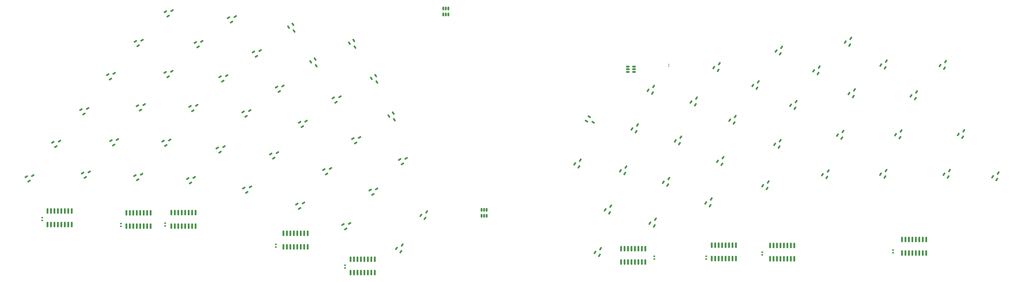
<source format=gtp>
%TF.GenerationSoftware,KiCad,Pcbnew,7.0.10-148-g62bb553460*%
%TF.CreationDate,2024-03-27T08:18:12+01:00*%
%TF.ProjectId,bandoneon,62616e64-6f6e-4656-9f6e-2e6b69636164,rev?*%
%TF.SameCoordinates,Original*%
%TF.FileFunction,Paste,Top*%
%TF.FilePolarity,Positive*%
%FSLAX46Y46*%
G04 Gerber Fmt 4.6, Leading zero omitted, Abs format (unit mm)*
G04 Created by KiCad (PCBNEW 7.0.10-148-g62bb553460) date 2024-03-27 08:18:12*
%MOMM*%
%LPD*%
G01*
G04 APERTURE LIST*
G04 Aperture macros list*
%AMRoundRect*
0 Rectangle with rounded corners*
0 $1 Rounding radius*
0 $2 $3 $4 $5 $6 $7 $8 $9 X,Y pos of 4 corners*
0 Add a 4 corners polygon primitive as box body*
4,1,4,$2,$3,$4,$5,$6,$7,$8,$9,$2,$3,0*
0 Add four circle primitives for the rounded corners*
1,1,$1+$1,$2,$3*
1,1,$1+$1,$4,$5*
1,1,$1+$1,$6,$7*
1,1,$1+$1,$8,$9*
0 Add four rect primitives between the rounded corners*
20,1,$1+$1,$2,$3,$4,$5,0*
20,1,$1+$1,$4,$5,$6,$7,0*
20,1,$1+$1,$6,$7,$8,$9,0*
20,1,$1+$1,$8,$9,$2,$3,0*%
G04 Aperture macros list end*
%ADD10RoundRect,0.150000X-0.150000X0.825000X-0.150000X-0.825000X0.150000X-0.825000X0.150000X0.825000X0*%
%ADD11RoundRect,0.150000X-0.348123X-0.404928X0.511515X0.153327X0.348123X0.404928X-0.511515X-0.153327X0*%
%ADD12RoundRect,0.150000X-0.153327X-0.511515X0.404928X0.348123X0.153327X0.511515X-0.404928X-0.348123X0*%
%ADD13RoundRect,0.150000X-0.404928X0.348123X0.153327X-0.511515X0.404928X-0.348123X-0.153327X0.511515X0*%
%ADD14RoundRect,0.140000X-0.170000X0.140000X-0.170000X-0.140000X0.170000X-0.140000X0.170000X0.140000X0*%
%ADD15RoundRect,0.140000X0.170000X-0.140000X0.170000X0.140000X-0.170000X0.140000X-0.170000X-0.140000X0*%
%ADD16RoundRect,0.150000X-0.179887X-0.502789X0.422592X0.326453X0.179887X0.502789X-0.422592X-0.326453X0*%
%ADD17RoundRect,0.150000X-0.511515X0.153327X0.348123X-0.404928X0.511515X-0.153327X-0.348123X0.404928X0*%
%ADD18RoundRect,0.150000X0.150000X-0.512500X0.150000X0.512500X-0.150000X0.512500X-0.150000X-0.512500X0*%
%ADD19RoundRect,0.150000X-0.512500X-0.150000X0.512500X-0.150000X0.512500X0.150000X-0.512500X0.150000X0*%
%ADD20RoundRect,0.079500X-0.100500X0.079500X-0.100500X-0.079500X0.100500X-0.079500X0.100500X0.079500X0*%
G04 APERTURE END LIST*
D10*
%TO.C,U9*%
X355346000Y-213360000D03*
X354076000Y-213360000D03*
X352806000Y-213360000D03*
X351536000Y-213360000D03*
X350266000Y-213360000D03*
X348996000Y-213360000D03*
X347726000Y-213360000D03*
X346456000Y-213360000D03*
X346456000Y-218310000D03*
X347726000Y-218310000D03*
X348996000Y-218310000D03*
X350266000Y-218310000D03*
X351536000Y-218310000D03*
X352806000Y-218310000D03*
X354076000Y-218310000D03*
X355346000Y-218310000D03*
%TD*%
D11*
%TO.C,H37*%
X148213805Y-162135290D03*
X149248619Y-163728764D03*
X150639188Y-161692973D03*
%TD*%
%TO.C,H38*%
X137889905Y-174151390D03*
X138924719Y-175744864D03*
X140315288Y-173709073D03*
%TD*%
D12*
%TO.C,H43*%
X463600536Y-145845181D03*
X465194010Y-146879995D03*
X465636327Y-144454612D03*
%TD*%
D13*
%TO.C,H11*%
X256360410Y-149568205D03*
X254766936Y-150603019D03*
X256802727Y-151993588D03*
%TD*%
D11*
%TO.C,H31*%
X211541405Y-140859990D03*
X212576219Y-142453464D03*
X213966788Y-140417673D03*
%TD*%
%TO.C,H14*%
X217896705Y-178439490D03*
X218931519Y-180032964D03*
X220322088Y-177997173D03*
%TD*%
D12*
%TO.C,H69*%
X408706536Y-160565181D03*
X410300010Y-161599995D03*
X410742327Y-159174612D03*
%TD*%
D14*
%TO.C,C1*%
X398272000Y-214658000D03*
X398272000Y-215618000D03*
%TD*%
D11*
%TO.C,H5*%
X254335205Y-191766490D03*
X255370019Y-193359964D03*
X256760588Y-191324173D03*
%TD*%
D12*
%TO.C,H41*%
X470284736Y-171302081D03*
X471878210Y-172336895D03*
X472320527Y-169911512D03*
%TD*%
D15*
%TO.C,C2*%
X358648000Y-217142000D03*
X358648000Y-216182000D03*
%TD*%
D12*
%TO.C,H61*%
X340623936Y-199086981D03*
X342217410Y-200121795D03*
X342659727Y-197696412D03*
%TD*%
%TO.C,H68*%
X417165636Y-147831981D03*
X418759110Y-148866795D03*
X419201427Y-146441412D03*
%TD*%
D14*
%TO.C,C5*%
X245110000Y-219484000D03*
X245110000Y-220444000D03*
%TD*%
D11*
%TO.C,H29*%
X187365205Y-187546490D03*
X188400019Y-189139964D03*
X189790588Y-187104173D03*
%TD*%
%TO.C,H16*%
X199227905Y-150056490D03*
X200262719Y-151649964D03*
X201653288Y-149614173D03*
%TD*%
D14*
%TO.C,C8*%
X219710000Y-211765000D03*
X219710000Y-212725000D03*
%TD*%
D11*
%TO.C,H18*%
X178338205Y-173769590D03*
X179373019Y-175363064D03*
X180763588Y-173327273D03*
%TD*%
D12*
%TO.C,H58*%
X356406536Y-155005181D03*
X358000010Y-156039995D03*
X358442327Y-153614612D03*
%TD*%
D11*
%TO.C,H9*%
X237345505Y-184242990D03*
X238380319Y-185836464D03*
X239770888Y-183800673D03*
%TD*%
%TO.C,H13*%
X228415205Y-166781490D03*
X229450019Y-168374964D03*
X230840588Y-166339173D03*
%TD*%
D12*
%TO.C,H49*%
X394775536Y-153251181D03*
X396369010Y-154285995D03*
X396811327Y-151860612D03*
%TD*%
%TO.C,H48*%
X403328136Y-140551181D03*
X404921610Y-141585995D03*
X405363927Y-139160612D03*
%TD*%
D16*
%TO.C,H3*%
X264044228Y-213300861D03*
X265581360Y-214417653D03*
X266150006Y-212018743D03*
%TD*%
D12*
%TO.C,H54*%
X372141936Y-159321981D03*
X373735410Y-160356795D03*
X374177727Y-157931412D03*
%TD*%
%TO.C,H63*%
X336889036Y-214741081D03*
X338482510Y-215775895D03*
X338924827Y-213350512D03*
%TD*%
D14*
%TO.C,C7*%
X133985000Y-201958000D03*
X133985000Y-202918000D03*
%TD*%
D13*
%TO.C,H25*%
X234136410Y-143514805D03*
X232542936Y-144549619D03*
X234578727Y-145940188D03*
%TD*%
D12*
%TO.C,H71*%
X398479336Y-190165081D03*
X400072810Y-191199895D03*
X400515127Y-188774512D03*
%TD*%
%TO.C,H50*%
X386356036Y-166036881D03*
X387949510Y-167071695D03*
X388391827Y-164646312D03*
%TD*%
%TO.C,H42*%
X464968236Y-185921981D03*
X466561710Y-186956795D03*
X467004027Y-184531412D03*
%TD*%
D10*
%TO.C,U6*%
X144770000Y-199500000D03*
X143500000Y-199500000D03*
X142230000Y-199500000D03*
X140960000Y-199500000D03*
X139690000Y-199500000D03*
X138420000Y-199500000D03*
X137150000Y-199500000D03*
X135880000Y-199500000D03*
X135880000Y-204450000D03*
X137150000Y-204450000D03*
X138420000Y-204450000D03*
X139690000Y-204450000D03*
X140960000Y-204450000D03*
X142230000Y-204450000D03*
X143500000Y-204450000D03*
X144770000Y-204450000D03*
%TD*%
D11*
%TO.C,H33*%
X148768205Y-185542290D03*
X149803019Y-187135764D03*
X151193588Y-185099973D03*
%TD*%
D14*
%TO.C,C6*%
X446278000Y-213896000D03*
X446278000Y-214856000D03*
%TD*%
D17*
%TO.C,H1*%
X334803019Y-164791936D03*
X333768205Y-166385410D03*
X336193588Y-166827727D03*
%TD*%
D10*
%TO.C,U8*%
X388620000Y-212090000D03*
X387350000Y-212090000D03*
X386080000Y-212090000D03*
X384810000Y-212090000D03*
X383540000Y-212090000D03*
X382270000Y-212090000D03*
X381000000Y-212090000D03*
X379730000Y-212090000D03*
X379730000Y-217040000D03*
X381000000Y-217040000D03*
X382270000Y-217040000D03*
X383540000Y-217040000D03*
X384810000Y-217040000D03*
X386080000Y-217040000D03*
X387350000Y-217040000D03*
X388620000Y-217040000D03*
%TD*%
D11*
%TO.C,H6*%
X244385205Y-204446490D03*
X245420019Y-206039964D03*
X246810588Y-204004173D03*
%TD*%
%TO.C,H20*%
X202400005Y-128299990D03*
X203434819Y-129893464D03*
X204825388Y-127857673D03*
%TD*%
D18*
%TO.C,U13*%
X281154000Y-127121500D03*
X282104000Y-127121500D03*
X283054000Y-127121500D03*
X283054000Y-124846500D03*
X282104000Y-124846500D03*
X281154000Y-124846500D03*
%TD*%
D11*
%TO.C,H32*%
X159168205Y-173589590D03*
X160203019Y-175183064D03*
X161593588Y-173147273D03*
%TD*%
D19*
%TO.C,U11*%
X348966500Y-146326000D03*
X348966500Y-147276000D03*
X348966500Y-148226000D03*
X351241500Y-148226000D03*
X351241500Y-147276000D03*
X351241500Y-146326000D03*
%TD*%
D11*
%TO.C,H21*%
X190150005Y-137449990D03*
X191184819Y-139043464D03*
X192575388Y-137007673D03*
%TD*%
D10*
%TO.C,U3*%
X231394000Y-207710000D03*
X230124000Y-207710000D03*
X228854000Y-207710000D03*
X227584000Y-207710000D03*
X226314000Y-207710000D03*
X225044000Y-207710000D03*
X223774000Y-207710000D03*
X222504000Y-207710000D03*
X222504000Y-212660000D03*
X223774000Y-212660000D03*
X225044000Y-212660000D03*
X226314000Y-212660000D03*
X227584000Y-212660000D03*
X228854000Y-212660000D03*
X230124000Y-212660000D03*
X231394000Y-212660000D03*
%TD*%
D11*
%TO.C,H12*%
X240815205Y-157856490D03*
X241850019Y-159449964D03*
X243240588Y-157414173D03*
%TD*%
%TO.C,H26*%
X219960305Y-153820490D03*
X220995119Y-155413964D03*
X222385688Y-153378173D03*
%TD*%
D12*
%TO.C,H52*%
X377553636Y-196479781D03*
X379147110Y-197514595D03*
X379589427Y-195089212D03*
%TD*%
D14*
%TO.C,C3*%
X162814000Y-204145000D03*
X162814000Y-205105000D03*
%TD*%
D12*
%TO.C,H44*%
X452930536Y-157026181D03*
X454524010Y-158060995D03*
X454966327Y-155635612D03*
%TD*%
D11*
%TO.C,H19*%
X167988605Y-186402790D03*
X169023419Y-187996264D03*
X170413988Y-185960473D03*
%TD*%
D12*
%TO.C,H53*%
X380493336Y-146631681D03*
X382086810Y-147666495D03*
X382529127Y-145241112D03*
%TD*%
%TO.C,H59*%
X350414236Y-169230581D03*
X352007710Y-170265395D03*
X352450027Y-167840012D03*
%TD*%
D11*
%TO.C,H22*%
X179114605Y-148402890D03*
X180149419Y-149996364D03*
X181539988Y-147960573D03*
%TD*%
%TO.C,H15*%
X207989005Y-191005990D03*
X209023819Y-192599464D03*
X210414388Y-190563673D03*
%TD*%
%TO.C,H8*%
X248014005Y-172830990D03*
X249048819Y-174424464D03*
X250439388Y-172388673D03*
%TD*%
D12*
%TO.C,H70*%
X402844836Y-174921381D03*
X404438310Y-175956195D03*
X404880627Y-173530812D03*
%TD*%
D14*
%TO.C,C9*%
X377698000Y-216182000D03*
X377698000Y-217142000D03*
%TD*%
D12*
%TO.C,H47*%
X441794236Y-145690581D03*
X443387710Y-146725395D03*
X443830027Y-144300012D03*
%TD*%
%TO.C,H45*%
X447201436Y-171403681D03*
X448794910Y-172438495D03*
X449237227Y-170013112D03*
%TD*%
D16*
%TO.C,H2*%
X272998728Y-201077061D03*
X274535860Y-202193853D03*
X275104506Y-199794943D03*
%TD*%
D11*
%TO.C,H34*%
X179165205Y-126106490D03*
X180200019Y-127699964D03*
X181590588Y-125664173D03*
%TD*%
D12*
%TO.C,H51*%
X381886536Y-181215181D03*
X383480010Y-182249995D03*
X383922327Y-179824612D03*
%TD*%
D11*
%TO.C,H36*%
X157974605Y-149242290D03*
X159009419Y-150835764D03*
X160399988Y-148799973D03*
%TD*%
D12*
%TO.C,H57*%
X357037436Y-203941281D03*
X358630910Y-204976095D03*
X359073227Y-202550712D03*
%TD*%
%TO.C,H67*%
X428796536Y-137285181D03*
X430390010Y-138319995D03*
X430832327Y-135894612D03*
%TD*%
%TO.C,H64*%
X430146536Y-156235181D03*
X431740010Y-157269995D03*
X432182327Y-154844612D03*
%TD*%
D11*
%TO.C,H35*%
X168178605Y-137022790D03*
X169213419Y-138616264D03*
X170603988Y-136580473D03*
%TD*%
D10*
%TO.C,U7*%
X458445000Y-210000000D03*
X457175000Y-210000000D03*
X455905000Y-210000000D03*
X454635000Y-210000000D03*
X453365000Y-210000000D03*
X452095000Y-210000000D03*
X450825000Y-210000000D03*
X449555000Y-210000000D03*
X449555000Y-214950000D03*
X450825000Y-214950000D03*
X452095000Y-214950000D03*
X453365000Y-214950000D03*
X454635000Y-214950000D03*
X455905000Y-214950000D03*
X457175000Y-214950000D03*
X458445000Y-214950000D03*
%TD*%
D11*
%TO.C,H28*%
X198228205Y-176239590D03*
X199263019Y-177833064D03*
X200653588Y-175797273D03*
%TD*%
D12*
%TO.C,H40*%
X482840536Y-186875481D03*
X484434010Y-187910295D03*
X484876327Y-185484912D03*
%TD*%
%TO.C,H66*%
X420425436Y-186093881D03*
X422018910Y-187128695D03*
X422461227Y-184703312D03*
%TD*%
D11*
%TO.C,H39*%
X128076905Y-186889690D03*
X129111719Y-188483164D03*
X130502288Y-186447373D03*
%TD*%
D12*
%TO.C,H62*%
X329416936Y-182146981D03*
X331010410Y-183181795D03*
X331452727Y-180756412D03*
%TD*%
%TO.C,H56*%
X361958236Y-188900781D03*
X363551710Y-189935595D03*
X363994027Y-187510212D03*
%TD*%
D18*
%TO.C,U12*%
X295214000Y-201289500D03*
X296164000Y-201289500D03*
X297114000Y-201289500D03*
X297114000Y-199014500D03*
X296164000Y-199014500D03*
X295214000Y-199014500D03*
%TD*%
D10*
%TO.C,U2*%
X256032000Y-217235000D03*
X254762000Y-217235000D03*
X253492000Y-217235000D03*
X252222000Y-217235000D03*
X250952000Y-217235000D03*
X249682000Y-217235000D03*
X248412000Y-217235000D03*
X247142000Y-217235000D03*
X247142000Y-222185000D03*
X248412000Y-222185000D03*
X249682000Y-222185000D03*
X250952000Y-222185000D03*
X252222000Y-222185000D03*
X253492000Y-222185000D03*
X254762000Y-222185000D03*
X256032000Y-222185000D03*
%TD*%
D14*
%TO.C,C4*%
X179070000Y-203990000D03*
X179070000Y-204950000D03*
%TD*%
D12*
%TO.C,H60*%
X346256136Y-184673081D03*
X347849610Y-185707895D03*
X348291927Y-183282512D03*
%TD*%
D11*
%TO.C,H10*%
X227448205Y-196919590D03*
X228483019Y-198513064D03*
X229873588Y-196477273D03*
%TD*%
%TO.C,H17*%
X188225205Y-160966490D03*
X189260019Y-162559964D03*
X190650588Y-160524173D03*
%TD*%
D13*
%TO.C,H7*%
X262834410Y-163436105D03*
X261240936Y-164470919D03*
X263276727Y-165861488D03*
%TD*%
%TO.C,H24*%
X248310410Y-136668205D03*
X246716936Y-137703019D03*
X248752727Y-139093588D03*
%TD*%
D20*
%TO.C,R1*%
X364004000Y-145431000D03*
X364004000Y-146121000D03*
%TD*%
D10*
%TO.C,U4*%
X173736000Y-200152000D03*
X172466000Y-200152000D03*
X171196000Y-200152000D03*
X169926000Y-200152000D03*
X168656000Y-200152000D03*
X167386000Y-200152000D03*
X166116000Y-200152000D03*
X164846000Y-200152000D03*
X164846000Y-205102000D03*
X166116000Y-205102000D03*
X167386000Y-205102000D03*
X168656000Y-205102000D03*
X169926000Y-205102000D03*
X171196000Y-205102000D03*
X172466000Y-205102000D03*
X173736000Y-205102000D03*
%TD*%
D11*
%TO.C,H4*%
X265165205Y-180506490D03*
X266200019Y-182099964D03*
X267590588Y-180064173D03*
%TD*%
D12*
%TO.C,H46*%
X441736536Y-185926081D03*
X443330010Y-186960895D03*
X443772327Y-184535512D03*
%TD*%
D13*
%TO.C,H30*%
X225956210Y-130746605D03*
X224362736Y-131781419D03*
X226398527Y-133171988D03*
%TD*%
D11*
%TO.C,H27*%
X207739005Y-162955990D03*
X208773819Y-164549464D03*
X210164388Y-162513673D03*
%TD*%
D10*
%TO.C,U10*%
X410083000Y-212155000D03*
X408813000Y-212155000D03*
X407543000Y-212155000D03*
X406273000Y-212155000D03*
X405003000Y-212155000D03*
X403733000Y-212155000D03*
X402463000Y-212155000D03*
X401193000Y-212155000D03*
X401193000Y-217105000D03*
X402463000Y-217105000D03*
X403733000Y-217105000D03*
X405003000Y-217105000D03*
X406273000Y-217105000D03*
X407543000Y-217105000D03*
X408813000Y-217105000D03*
X410083000Y-217105000D03*
%TD*%
%TO.C,U5*%
X190246000Y-200090000D03*
X188976000Y-200090000D03*
X187706000Y-200090000D03*
X186436000Y-200090000D03*
X185166000Y-200090000D03*
X183896000Y-200090000D03*
X182626000Y-200090000D03*
X181356000Y-200090000D03*
X181356000Y-205040000D03*
X182626000Y-205040000D03*
X183896000Y-205040000D03*
X185166000Y-205040000D03*
X186436000Y-205040000D03*
X187706000Y-205040000D03*
X188976000Y-205040000D03*
X190246000Y-205040000D03*
%TD*%
D11*
%TO.C,H23*%
X168965205Y-160706490D03*
X170000019Y-162299964D03*
X171390588Y-160264173D03*
%TD*%
D12*
%TO.C,H55*%
X366335736Y-173664681D03*
X367929210Y-174699495D03*
X368371527Y-172274112D03*
%TD*%
%TO.C,H65*%
X425916936Y-171571981D03*
X427510410Y-172606795D03*
X427952727Y-170181412D03*
%TD*%
M02*

</source>
